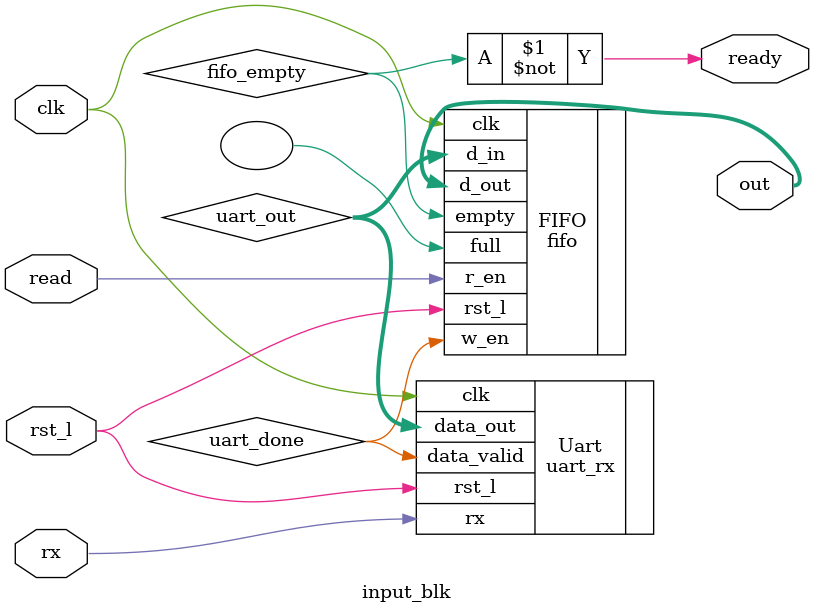
<source format=sv>
`timescale 1ns/1ps

module input_blk #(
        parameter FIFO_DEPTH = 4,
        parameter BAUD = 100_000
    ) (
        input logic clk, 
        input logic rst_l,
        
        input logic rx,
        input logic read,
        output logic [7:0] out,
        output logic ready
    );
    
    localparam CLK_FREQ = 100_000_000;
    
    logic [7:0] mem [FIFO_DEPTH-1:0];
    
    logic [7:0] uart_out;
    
    logic fifo_empty;
    assign ready = ~fifo_empty;
    
    logic w_state;
    
    uart_rx #(
        .BAUD(BAUD),
        .CLK_FREQ(CLK_FREQ)
    ) Uart (
        .clk(clk),
        .rst_l(rst_l),
        .rx(rx),
        .data_valid(uart_done),
        .data_out(uart_out)
    );
    
    fifo #(
        .DEPTH(FIFO_DEPTH),
        .DWIDTH(8)
    ) FIFO (
        .clk(clk),
        .rst_l(rst_l),
        .w_en(uart_done),
        .r_en(read),
        .d_in(uart_out),
        .d_out(out),
        .empty(fifo_empty),
        .full()
    );
    
endmodule

</source>
